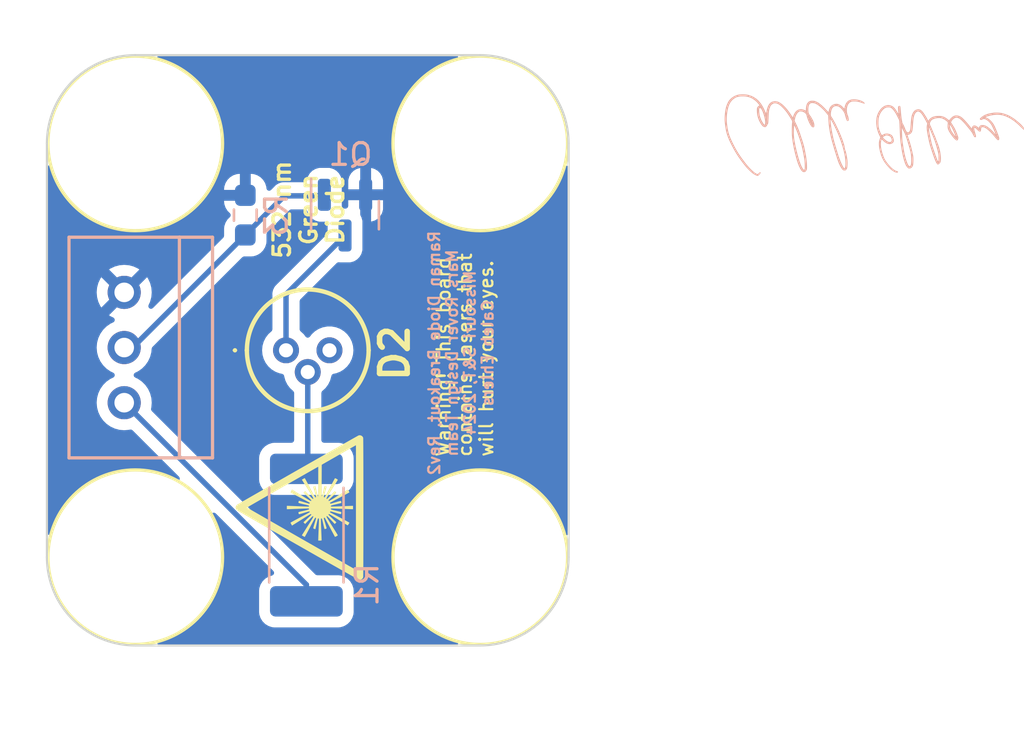
<source format=kicad_pcb>
(kicad_pcb (version 20221018) (generator pcbnew)
  (layers (0 "F.Cu" signal) (31 "B.Cu" signal) (34 "B.Paste" user) (35 "F.Paste" user) (36 "B.SilkS" user "B.Silkscreen") (37 "F.SilkS" user "F.Silkscreen") (38 "B.Mask" user) (39 "F.Mask" user) (44 "Edge.Cuts" user))
  (net 0 "")
  (net 1 "+12V")
  (net 2 "Green_LED")
  (net 3 "GND")
  (net 4 "Net-(D2-K)")
  (net 5 "Net-(D2-A)")
  (footprint "MRDT_Drill_Holes:4_40_Hole" (layer "F.Cu") (at 50.165 43.942)
    (fp_text reference "V3" hide)
    (fp_text value "Via" hide)
    (pad "" np_thru_hole circle (at 0 0) (size 2.9464 2.9464) (drill 2.9464) (layers "*.Cu" "*.Mask") (clearance 2.5))
  )
  (footprint "LOGO" (layer "F.Cu") (at 41.91 41.656 90)
    (fp_text reference "G***" hide)
    (fp_text value "LOGO" hide)
  )
  (footprint "RamanDiodes:PLT5520B - 520nm" (layer "F.Cu") (at 41.2275 34.417)
    (fp_text reference "D2" (at 5.0005 0.127 90) (layer "F.SilkS") (effects (font (size 1.27 1.27) (thickness 0.254))))
    (fp_text value "520nm Laser Diode" hide)
    (pad "1" thru_hole circle (at 0 0) (size 1.192 1.192) (drill 0.65) (layers "*.Cu" "*.Mask") (net 4 "Net-(D2-K)"))
    (pad "2" thru_hole circle (at 1 1) (size 1.192 1.192) (drill 0.65) (layers "*.Cu" "*.Mask") (net 5 "Net-(D2-A)"))
    (pad "3" thru_hole circle (at 2 0) (size 1.192 1.192) (drill 0.65) (layers "*.Cu" "*.Mask"))
  )
  (footprint "MRDT_Drill_Holes:4_40_Hole" (layer "F.Cu") (at 34.29 24.892)
    (fp_text reference "V1" hide)
    (fp_text value "Via" hide)
    (pad "" np_thru_hole circle (at 0 0) (size 2.9464 2.9464) (drill 2.9464) (layers "*.Cu" "*.Mask") (clearance 2.5))
  )
  (footprint "MRDT_Drill_Holes:4_40_Hole" (layer "F.Cu") (at 34.29 43.942)
    (fp_text reference "V4" hide)
    (fp_text value "Via" hide)
    (pad "" np_thru_hole circle (at 0 0) (size 2.9464 2.9464) (drill 2.9464) (layers "*.Cu" "*.Mask") (clearance 2.5))
  )
  (footprint "MRDT_Drill_Holes:4_40_Hole" (layer "F.Cu") (at 50.165 24.892)
    (fp_text reference "V2" hide)
    (fp_text value "Via" hide)
    (pad "" np_thru_hole circle (at 0 0) (size 2.9464 2.9464) (drill 2.9464) (layers "*.Cu" "*.Mask") (clearance 2.5))
  )
  (footprint "Package_TO_SOT_SMD:SOT-23" (layer "B.Cu") (at 43.942 28.194 -90)
    (fp_text reference "Q1" (at -2.794 -0.254 -180) (layer "B.SilkS") (effects (justify mirror)))
    (fp_text value "BSS138")
    (pad "1" smd roundrect (at -0.9375 0.95 270) (size 1.475 0.6) (layers "B.Cu" "B.Paste" "B.Mask") (net 2 "Green_LED"))
    (pad "2" smd roundrect (at -0.9375 -0.95 270) (size 1.475 0.6) (layers "B.Cu" "B.Paste" "B.Mask") (net 3 "GND"))
    (pad "3" smd roundrect (at 0.9375 0 270) (size 1.475 0.6) (layers "B.Cu" "B.Paste" "B.Mask") (net 4 "Net-(D2-K)"))
  )
  (footprint "Signatures:Caleb_Ehlers_Signature_15mmx4.8mm" (layer "B.Cu") (at 68.326 24.638)
    (fp_text reference "G***" hide)
    (fp_text value "LOGO" hide)
  )
  (footprint "MRDT_Connectors:MOLEX_SL_03_Vertical" (layer "B.Cu") (at 33.782 36.83 90)
    (fp_text reference "Conn2" hide)
    (fp_text value "Molex_SL_03")
    (pad "1" thru_hole circle (at 0 0 90) (size 1.524 1.524) (drill 0.9) (layers "*.Cu" "*.Mask") (net 1 "+12V"))
    (pad "2" thru_hole circle (at 2.54 0 90) (size 1.524 1.524) (drill 0.9) (layers "*.Cu" "*.Mask") (net 2 "Green_LED"))
    (pad "3" thru_hole circle (at 5.08 0 90) (size 1.524 1.524) (drill 0.9) (layers "*.Cu" "*.Mask") (net 3 "GND"))
  )
  (footprint "Resistor_SMD:R_0603_1608Metric_Pad0.98x0.95mm_HandSolder" (layer "B.Cu") (at 39.354 28.194 90)
    (fp_text reference "R3" (at 0 1.43 90) (layer "B.SilkS") (effects (justify mirror)))
    (fp_text value "4.7k")
    (pad "1" smd roundrect (at -0.9125 0 90) (size 0.975 0.95) (layers "B.Cu" "B.Paste" "B.Mask") (net 2 "Green_LED"))
    (pad "2" smd roundrect (at 0.9125 0 90) (size 0.975 0.95) (layers "B.Cu" "B.Paste" "B.Mask") (net 3 "GND"))
  )
  (footprint "Resistor_SMD:R_2512_6332Metric_Pad1.40x3.35mm_HandSolder" (layer "B.Cu") (at 42.164 42.926 90)
    (fp_text reference "R1" (at -2.286 2.794 90) (layer "B.SilkS") (effects (justify mirror)))
    (fp_text value "33")
    (pad "1" smd roundrect (at -3.05 0 90) (size 1.4 3.35) (layers "B.Cu" "B.Paste" "B.Mask") (roundrect_rratio 0.178571) (net 1 "+12V"))
    (pad "2" smd roundrect (at 3.05 0 90) (size 1.4 3.35) (layers "B.Cu" "B.Paste" "B.Mask") (roundrect_rratio 0.178571) (net 5 "Net-(D2-A)"))
  )
  (gr_line (start 34.29 20.828) (end 50.165 20.828) (stroke (width 0.1)) (layer "Edge.Cuts"))
  (gr_arc (start 50.165 20.828) (mid 53.038682 22.018318) (end 54.229 24.892) (stroke (width 0.1)) (layer "Edge.Cuts"))
  (gr_arc (start 34.29 48.006) (mid 31.416318 46.815682) (end 30.226 43.942) (stroke (width 0.1)) (layer "Edge.Cuts"))
  (gr_arc (start 54.229 43.942) (mid 53.038682 46.815682) (end 50.165 48.006) (stroke (width 0.1)) (layer "Edge.Cuts"))
  (gr_line (start 54.229 24.892) (end 54.229 43.942) (stroke (width 0.1)) (layer "Edge.Cuts"))
  (gr_arc (start 30.226 24.892) (mid 31.416318 22.018318) (end 34.29 20.828) (stroke (width 0.1)) (layer "Edge.Cuts"))
  (gr_line (start 50.165 48.006) (end 34.29 48.006) (stroke (width 0.1)) (layer "Edge.Cuts"))
  (gr_line (start 30.226 43.942) (end 30.226 24.892) (stroke (width 0.1)) (layer "Edge.Cuts"))
  (gr_text "Raman Diode Breakout, Rev2\nMars Rover Design Team\nMissouri S&T, 2024\nCaleb Ehlers" (at 50.8 34.544 90) (layer "B.SilkS") (effects (font (size 0.508 0.508) (thickness 0.1016) bold) (justify bottom mirror)))
  (gr_text "532 nm\nGreen\nDiode" (at 43.942 27.94 90) (layer "F.SilkS") (effects (font (size 0.762 0.762) (thickness 0.1524) bold) (justify bottom)))
  (gr_text "Warning! This board\ncontains lasers that\nwill hurt your eyes." (at 50.8 39.37 90) (layer "F.SilkS") (effects (font (size 0.6096 0.6096) (thickness 0.1016) bold) (justify left bottom)))
  (segment (start 33.782 36.83) (end 42.164 45.212) (width 0.25) (layer "B.Cu") (net 1))
  (segment (start 42.164 45.212) (end 42.164 45.976) (width 0.25) (layer "B.Cu") (net 1))
  (segment (start 34.1705 34.29) (end 39.354 29.1065) (width 0.25) (layer "B.Cu") (net 2))
  (segment (start 41.1555 27.305) (end 42.9435 27.305) (width 0.25) (layer "B.Cu") (net 2))
  (segment (start 39.354 29.1065) (end 41.1555 27.305) (width 0.25) (layer "B.Cu") (net 2))
  (segment (start 33.782 34.29) (end 34.1705 34.29) (width 0.25) (layer "B.Cu") (net 2))
  (segment (start 41.2275 31.846) (end 41.2275 34.417) (width 0.25) (layer "B.Cu") (net 4))
  (segment (start 43.942 29.1315) (end 41.2275 31.846) (width 0.25) (layer "B.Cu") (net 4))
  (segment (start 42.2275 39.8125) (end 42.2275 35.417) (width 0.25) (layer "B.Cu") (net 5))
  (segment (start 42.164 39.876) (end 42.2275 39.8125) (width 0.25) (layer "B.Cu") (net 5))
  (zone (net 3) (net_name "GND") (layer "B.Cu") (connect_pads (clearance 0.5)) (min_thickness 0.25) (fill yes (thermal_gap 0.5) (thermal_bridge_width 0.5))
    (polygon (pts (xy 41.91 18.288) (xy 58.166 21.082) (xy 59.182 52.705) (xy 28.067 52.832) (xy 28.575 19.812) (xy 42.291 18.415) (xy 43.053 18.288)))
  )
)
</source>
